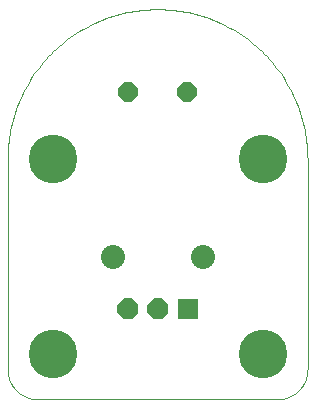
<source format=gbs>
G75*
%MOIN*%
%OFA0B0*%
%FSLAX25Y25*%
%IPPOS*%
%LPD*%
%AMOC8*
5,1,8,0,0,1.08239X$1,22.5*
%
%ADD10OC8,0.07000*%
%ADD11R,0.07000X0.07000*%
%ADD12C,0.00000*%
%ADD13C,0.16211*%
%ADD14C,0.08000*%
%ADD15OC8,0.06337*%
D10*
X0046800Y0054006D03*
X0056800Y0054006D03*
D11*
X0066800Y0054006D03*
D12*
X0096800Y0024006D02*
X0016800Y0024006D01*
X0016558Y0024009D01*
X0016317Y0024018D01*
X0016076Y0024032D01*
X0015835Y0024053D01*
X0015595Y0024079D01*
X0015355Y0024111D01*
X0015116Y0024149D01*
X0014879Y0024192D01*
X0014642Y0024242D01*
X0014407Y0024297D01*
X0014173Y0024357D01*
X0013941Y0024424D01*
X0013710Y0024495D01*
X0013481Y0024573D01*
X0013254Y0024656D01*
X0013029Y0024744D01*
X0012806Y0024838D01*
X0012586Y0024937D01*
X0012368Y0025042D01*
X0012153Y0025151D01*
X0011940Y0025266D01*
X0011730Y0025386D01*
X0011524Y0025511D01*
X0011320Y0025641D01*
X0011119Y0025776D01*
X0010922Y0025916D01*
X0010728Y0026060D01*
X0010538Y0026209D01*
X0010352Y0026363D01*
X0010169Y0026521D01*
X0009990Y0026683D01*
X0009815Y0026850D01*
X0009644Y0027021D01*
X0009477Y0027196D01*
X0009315Y0027375D01*
X0009157Y0027558D01*
X0009003Y0027744D01*
X0008854Y0027934D01*
X0008710Y0028128D01*
X0008570Y0028325D01*
X0008435Y0028526D01*
X0008305Y0028730D01*
X0008180Y0028936D01*
X0008060Y0029146D01*
X0007945Y0029359D01*
X0007836Y0029574D01*
X0007731Y0029792D01*
X0007632Y0030012D01*
X0007538Y0030235D01*
X0007450Y0030460D01*
X0007367Y0030687D01*
X0007289Y0030916D01*
X0007218Y0031147D01*
X0007151Y0031379D01*
X0007091Y0031613D01*
X0007036Y0031848D01*
X0006986Y0032085D01*
X0006943Y0032322D01*
X0006905Y0032561D01*
X0006873Y0032801D01*
X0006847Y0033041D01*
X0006826Y0033282D01*
X0006812Y0033523D01*
X0006803Y0033764D01*
X0006800Y0034006D01*
X0006800Y0104006D01*
X0006815Y0105224D01*
X0006859Y0106440D01*
X0006933Y0107656D01*
X0007037Y0108869D01*
X0007170Y0110079D01*
X0007333Y0111286D01*
X0007525Y0112488D01*
X0007746Y0113686D01*
X0007996Y0114878D01*
X0008275Y0116063D01*
X0008583Y0117241D01*
X0008920Y0118411D01*
X0009285Y0119573D01*
X0009678Y0120725D01*
X0010099Y0121868D01*
X0010548Y0122999D01*
X0011024Y0124120D01*
X0011528Y0125229D01*
X0012058Y0126325D01*
X0012615Y0127408D01*
X0013198Y0128477D01*
X0013806Y0129531D01*
X0014441Y0130571D01*
X0015100Y0131594D01*
X0015784Y0132602D01*
X0016493Y0133592D01*
X0017225Y0134565D01*
X0017981Y0135519D01*
X0018760Y0136455D01*
X0019561Y0137372D01*
X0020385Y0138269D01*
X0021230Y0139145D01*
X0022096Y0140001D01*
X0022983Y0140836D01*
X0023890Y0141648D01*
X0024816Y0142438D01*
X0025762Y0143206D01*
X0026725Y0143950D01*
X0027707Y0144670D01*
X0028706Y0145367D01*
X0029721Y0146039D01*
X0030753Y0146686D01*
X0031800Y0147307D01*
X0032862Y0147903D01*
X0033938Y0148473D01*
X0035027Y0149017D01*
X0036130Y0149533D01*
X0037245Y0150023D01*
X0038371Y0150486D01*
X0039508Y0150921D01*
X0040656Y0151328D01*
X0041813Y0151707D01*
X0042979Y0152058D01*
X0044153Y0152380D01*
X0045335Y0152674D01*
X0046524Y0152939D01*
X0047718Y0153174D01*
X0048918Y0153381D01*
X0050123Y0153558D01*
X0051331Y0153706D01*
X0052543Y0153824D01*
X0053758Y0153913D01*
X0054974Y0153973D01*
X0056191Y0154002D01*
X0057409Y0154002D01*
X0058626Y0153973D01*
X0059842Y0153913D01*
X0061057Y0153824D01*
X0062269Y0153706D01*
X0063477Y0153558D01*
X0064682Y0153381D01*
X0065882Y0153174D01*
X0067076Y0152939D01*
X0068265Y0152674D01*
X0069447Y0152380D01*
X0070621Y0152058D01*
X0071787Y0151707D01*
X0072944Y0151328D01*
X0074092Y0150921D01*
X0075229Y0150486D01*
X0076355Y0150023D01*
X0077470Y0149533D01*
X0078573Y0149017D01*
X0079662Y0148473D01*
X0080738Y0147903D01*
X0081800Y0147307D01*
X0082847Y0146686D01*
X0083879Y0146039D01*
X0084894Y0145367D01*
X0085893Y0144670D01*
X0086875Y0143950D01*
X0087838Y0143206D01*
X0088784Y0142438D01*
X0089710Y0141648D01*
X0090617Y0140836D01*
X0091504Y0140001D01*
X0092370Y0139145D01*
X0093215Y0138269D01*
X0094039Y0137372D01*
X0094840Y0136455D01*
X0095619Y0135519D01*
X0096375Y0134565D01*
X0097107Y0133592D01*
X0097816Y0132602D01*
X0098500Y0131594D01*
X0099159Y0130571D01*
X0099794Y0129531D01*
X0100402Y0128477D01*
X0100985Y0127408D01*
X0101542Y0126325D01*
X0102072Y0125229D01*
X0102576Y0124120D01*
X0103052Y0122999D01*
X0103501Y0121868D01*
X0103922Y0120725D01*
X0104315Y0119573D01*
X0104680Y0118411D01*
X0105017Y0117241D01*
X0105325Y0116063D01*
X0105604Y0114878D01*
X0105854Y0113686D01*
X0106075Y0112488D01*
X0106267Y0111286D01*
X0106430Y0110079D01*
X0106563Y0108869D01*
X0106667Y0107656D01*
X0106741Y0106440D01*
X0106785Y0105224D01*
X0106800Y0104006D01*
X0106800Y0034006D01*
X0106797Y0033764D01*
X0106788Y0033523D01*
X0106774Y0033282D01*
X0106753Y0033041D01*
X0106727Y0032801D01*
X0106695Y0032561D01*
X0106657Y0032322D01*
X0106614Y0032085D01*
X0106564Y0031848D01*
X0106509Y0031613D01*
X0106449Y0031379D01*
X0106382Y0031147D01*
X0106311Y0030916D01*
X0106233Y0030687D01*
X0106150Y0030460D01*
X0106062Y0030235D01*
X0105968Y0030012D01*
X0105869Y0029792D01*
X0105764Y0029574D01*
X0105655Y0029359D01*
X0105540Y0029146D01*
X0105420Y0028936D01*
X0105295Y0028730D01*
X0105165Y0028526D01*
X0105030Y0028325D01*
X0104890Y0028128D01*
X0104746Y0027934D01*
X0104597Y0027744D01*
X0104443Y0027558D01*
X0104285Y0027375D01*
X0104123Y0027196D01*
X0103956Y0027021D01*
X0103785Y0026850D01*
X0103610Y0026683D01*
X0103431Y0026521D01*
X0103248Y0026363D01*
X0103062Y0026209D01*
X0102872Y0026060D01*
X0102678Y0025916D01*
X0102481Y0025776D01*
X0102280Y0025641D01*
X0102076Y0025511D01*
X0101870Y0025386D01*
X0101660Y0025266D01*
X0101447Y0025151D01*
X0101232Y0025042D01*
X0101014Y0024937D01*
X0100794Y0024838D01*
X0100571Y0024744D01*
X0100346Y0024656D01*
X0100119Y0024573D01*
X0099890Y0024495D01*
X0099659Y0024424D01*
X0099427Y0024357D01*
X0099193Y0024297D01*
X0098958Y0024242D01*
X0098721Y0024192D01*
X0098484Y0024149D01*
X0098245Y0024111D01*
X0098005Y0024079D01*
X0097765Y0024053D01*
X0097524Y0024032D01*
X0097283Y0024018D01*
X0097042Y0024009D01*
X0096800Y0024006D01*
D13*
X0091800Y0039006D03*
X0091800Y0104006D03*
X0021800Y0104006D03*
X0021800Y0039006D03*
D14*
X0041800Y0071506D03*
X0071800Y0071506D03*
D15*
X0066643Y0126506D03*
X0046957Y0126506D03*
M02*

</source>
